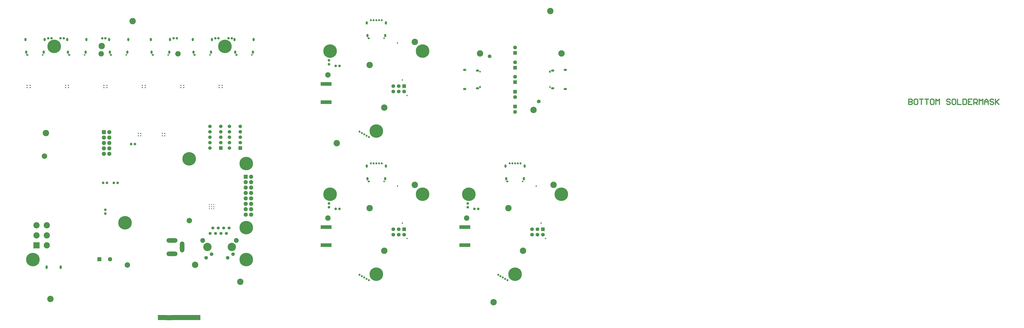
<source format=gbs>
G04*
G04 #@! TF.GenerationSoftware,Altium Limited,Altium Designer,20.1.11 (218)*
G04*
G04 Layer_Color=16711935*
%FSLAX24Y24*%
%MOIN*%
G70*
G04*
G04 #@! TF.SameCoordinates,0BE0D124-E2EA-4A07-8277-1AC6FE167F2B*
G04*
G04*
G04 #@! TF.FilePolarity,Negative*
G04*
G01*
G75*
%ADD11C,0.0200*%
%ADD170C,0.0197*%
%ADD181C,0.0550*%
%ADD378R,0.0935X0.0935*%
%ADD381R,0.1644X0.0935*%
%ADD382C,0.1181*%
%ADD391R,0.1984X0.0685*%
G04:AMPARAMS|DCode=423|XSize=38.9mil|YSize=37.9mil|CornerRadius=7.9mil|HoleSize=0mil|Usage=FLASHONLY|Rotation=180.000|XOffset=0mil|YOffset=0mil|HoleType=Round|Shape=RoundedRectangle|*
%AMROUNDEDRECTD423*
21,1,0.0389,0.0221,0,0,180.0*
21,1,0.0231,0.0379,0,0,180.0*
1,1,0.0158,-0.0116,0.0111*
1,1,0.0158,0.0116,0.0111*
1,1,0.0158,0.0116,-0.0111*
1,1,0.0158,-0.0116,-0.0111*
%
%ADD423ROUNDEDRECTD423*%
%ADD508C,0.0685*%
%ADD509R,0.0685X0.0685*%
%ADD510C,0.0380*%
%ADD511O,0.0429X0.0311*%
%ADD512O,0.0370X0.0606*%
%ADD513C,0.0311*%
%ADD514C,0.1000*%
%ADD515C,0.0488*%
%ADD516C,0.2496*%
%ADD517O,0.0606X0.0370*%
%ADD518O,0.0311X0.0429*%
%ADD519C,0.0680*%
%ADD520R,0.0705X0.0705*%
%ADD521C,0.0705*%
%ADD522C,0.1157*%
%ADD523R,0.1157X0.1157*%
%ADD524C,0.0885*%
%ADD525C,0.1535*%
%ADD526C,0.0665*%
%ADD527O,0.0843X0.2024*%
%ADD528O,0.2024X0.0843*%
%ADD529C,0.0764*%
%ADD530R,0.0764X0.0764*%
G04:AMPARAMS|DCode=531|XSize=39.4mil|YSize=66.9mil|CornerRadius=19.7mil|HoleSize=0mil|Usage=FLASHONLY|Rotation=360.000|XOffset=0mil|YOffset=0mil|HoleType=Round|Shape=RoundedRectangle|*
%AMROUNDEDRECTD531*
21,1,0.0394,0.0276,0,0,360.0*
21,1,0.0000,0.0669,0,0,360.0*
1,1,0.0394,0.0000,-0.0138*
1,1,0.0394,0.0000,-0.0138*
1,1,0.0394,0.0000,0.0138*
1,1,0.0394,0.0000,0.0138*
%
%ADD531ROUNDEDRECTD531*%
%ADD532C,0.0650*%
%ADD533R,0.0650X0.0650*%
%ADD534C,0.0783*%
%ADD535R,0.0783X0.0783*%
%ADD537C,0.0237*%
%ADD538C,0.0236*%
%ADD539R,0.0935X0.0935*%
%ADD540C,0.0252*%
D11*
X167525Y41450D02*
Y40451D01*
X168025D01*
X168191Y40617D01*
Y40784D01*
X168025Y40951D01*
X167525D01*
X168025D01*
X168191Y41117D01*
Y41284D01*
X168025Y41450D01*
X167525D01*
X169024D02*
X168691D01*
X168525Y41284D01*
Y40617D01*
X168691Y40451D01*
X169024D01*
X169191Y40617D01*
Y41284D01*
X169024Y41450D01*
X169524D02*
X170191D01*
X169857D01*
Y40451D01*
X170524Y41450D02*
X171190D01*
X170857D01*
Y40451D01*
X172023Y41450D02*
X171690D01*
X171524Y41284D01*
Y40617D01*
X171690Y40451D01*
X172023D01*
X172190Y40617D01*
Y41284D01*
X172023Y41450D01*
X172523Y40451D02*
Y41450D01*
X172856Y41117D01*
X173190Y41450D01*
Y40451D01*
X175189Y41284D02*
X175022Y41450D01*
X174689D01*
X174523Y41284D01*
Y41117D01*
X174689Y40951D01*
X175022D01*
X175189Y40784D01*
Y40617D01*
X175022Y40451D01*
X174689D01*
X174523Y40617D01*
X176022Y41450D02*
X175689D01*
X175522Y41284D01*
Y40617D01*
X175689Y40451D01*
X176022D01*
X176189Y40617D01*
Y41284D01*
X176022Y41450D01*
X176522D02*
Y40451D01*
X177188D01*
X177522Y41450D02*
Y40451D01*
X178021D01*
X178188Y40617D01*
Y41284D01*
X178021Y41450D01*
X177522D01*
X179188D02*
X178521D01*
Y40451D01*
X179188D01*
X178521Y40951D02*
X178855D01*
X179521Y40451D02*
Y41450D01*
X180021D01*
X180187Y41284D01*
Y40951D01*
X180021Y40784D01*
X179521D01*
X179854D02*
X180187Y40451D01*
X180521D02*
Y41450D01*
X180854Y41117D01*
X181187Y41450D01*
Y40451D01*
X181520D02*
Y41117D01*
X181854Y41450D01*
X182187Y41117D01*
Y40451D01*
Y40951D01*
X181520D01*
X183186Y41284D02*
X183020Y41450D01*
X182687D01*
X182520Y41284D01*
Y41117D01*
X182687Y40951D01*
X183020D01*
X183186Y40784D01*
Y40617D01*
X183020Y40451D01*
X182687D01*
X182520Y40617D01*
X183520Y41450D02*
Y40451D01*
Y40784D01*
X184186Y41450D01*
X183686Y40951D01*
X184186Y40451D01*
D170*
X38886Y21591D02*
D03*
Y21985D02*
D03*
X38492D02*
D03*
Y21591D02*
D03*
Y21197D02*
D03*
X38886D02*
D03*
X39279D02*
D03*
Y21591D02*
D03*
Y21985D02*
D03*
D181*
X42104Y17643D02*
D03*
X41104D02*
D03*
X40104D02*
D03*
X39104D02*
D03*
X41604Y16643D02*
D03*
X40604D02*
D03*
X39604D02*
D03*
X38604D02*
D03*
D378*
X33685Y1094D02*
D03*
X32799Y1094D02*
D03*
X31028Y1087D02*
D03*
X35457Y1094D02*
D03*
X34571Y1094D02*
D03*
X31913D02*
D03*
D381*
X29788D02*
D03*
D382*
X61966Y33323D02*
D03*
X90899Y3959D02*
D03*
X101367Y57713D02*
D03*
X44195Y7725D02*
D03*
X24303Y55829D02*
D03*
X9161Y4533D02*
D03*
X96331Y13453D02*
D03*
X101978Y25602D02*
D03*
X93644Y21327D02*
D03*
X70741Y13453D02*
D03*
X76387Y25602D02*
D03*
X68054Y21327D02*
D03*
X70741Y39876D02*
D03*
X76387Y52024D02*
D03*
X68054Y47750D02*
D03*
X88426Y49870D02*
D03*
X98271Y39436D02*
D03*
X103463Y49871D02*
D03*
X18607Y51233D02*
D03*
X8327Y35163D02*
D03*
X35844Y10845D02*
D03*
D391*
X85616Y14471D02*
D03*
Y17825D02*
D03*
X60025Y14470D02*
D03*
Y17825D02*
D03*
Y40893D02*
D03*
Y44247D02*
D03*
D423*
X42028Y52690D02*
D03*
X42618D02*
D03*
X9350D02*
D03*
X8760D02*
D03*
X11024D02*
D03*
X11614D02*
D03*
X40157D02*
D03*
X39567D02*
D03*
X32480D02*
D03*
X31890D02*
D03*
X18701D02*
D03*
X19291D02*
D03*
D508*
X98000Y17413D02*
D03*
X99000D02*
D03*
X98000Y16413D02*
D03*
X100000D02*
D03*
X99000D02*
D03*
X72409Y17413D02*
D03*
X73409D02*
D03*
X72409Y16413D02*
D03*
X74409D02*
D03*
X73409D02*
D03*
X72409Y43835D02*
D03*
X73409D02*
D03*
X72409Y42835D02*
D03*
X74409D02*
D03*
X73409D02*
D03*
D509*
X100000Y17413D02*
D03*
X74409Y17413D02*
D03*
Y43835D02*
D03*
D510*
X92197Y8758D02*
D03*
X91764Y9008D02*
D03*
X93496Y8008D02*
D03*
X93063Y8258D02*
D03*
X92630Y8508D02*
D03*
X95374Y29586D02*
D03*
X95875D02*
D03*
X93875D02*
D03*
X94375D02*
D03*
X94874D02*
D03*
X66607Y8758D02*
D03*
X66174Y9008D02*
D03*
X67906Y8008D02*
D03*
X67473Y8258D02*
D03*
X67040Y8508D02*
D03*
X69784Y29586D02*
D03*
X70284D02*
D03*
X68284D02*
D03*
X68784D02*
D03*
X69284D02*
D03*
X66607Y35181D02*
D03*
X66174Y35431D02*
D03*
X67906Y34431D02*
D03*
X67473Y34681D02*
D03*
X67040Y34931D02*
D03*
X69784Y56009D02*
D03*
X70284D02*
D03*
X68284D02*
D03*
X68784D02*
D03*
X69284D02*
D03*
D511*
X93457Y26248D02*
D03*
X67867Y26248D02*
D03*
Y52671D02*
D03*
X43465Y49606D02*
D03*
X28031Y49606D02*
D03*
X12598Y49606D02*
D03*
X35748Y49606D02*
D03*
X20315Y49606D02*
D03*
X4882Y49606D02*
D03*
D512*
X96500Y26741D02*
D03*
X93249D02*
D03*
X93107Y29083D02*
D03*
X96642D02*
D03*
X70910Y26740D02*
D03*
X67658D02*
D03*
X67516Y29083D02*
D03*
X71052D02*
D03*
X70910Y53163D02*
D03*
X67658D02*
D03*
X67516Y55505D02*
D03*
X71052D02*
D03*
X46508Y50098D02*
D03*
X43256D02*
D03*
X43114Y52441D02*
D03*
X46650D02*
D03*
X31075Y50098D02*
D03*
X27823D02*
D03*
X27681Y52441D02*
D03*
X31217D02*
D03*
X15642Y50098D02*
D03*
X12390D02*
D03*
X12248Y52441D02*
D03*
X15783D02*
D03*
X38791Y50098D02*
D03*
X35539D02*
D03*
X35398Y52441D02*
D03*
X38933D02*
D03*
X23358Y50098D02*
D03*
X20106D02*
D03*
X19965Y52441D02*
D03*
X23500D02*
D03*
X7925Y50098D02*
D03*
X4673D02*
D03*
X4531Y52441D02*
D03*
X8067D02*
D03*
D513*
X96292Y26248D02*
D03*
X70701Y26248D02*
D03*
Y52671D02*
D03*
X101324Y43661D02*
D03*
X88425Y46496D02*
D03*
X46299Y49606D02*
D03*
X30866Y49606D02*
D03*
X15433Y49606D02*
D03*
X38583Y49606D02*
D03*
X23150Y49606D02*
D03*
X7716Y49606D02*
D03*
D514*
X85954Y19472D02*
D03*
X60363Y19472D02*
D03*
Y45895D02*
D03*
X23338Y10823D02*
D03*
X34774Y19017D02*
D03*
X32677Y49803D02*
D03*
X18504D02*
D03*
X8041Y30899D02*
D03*
D515*
X86151Y22175D02*
D03*
Y21466D02*
D03*
X87368Y21168D02*
D03*
X88077Y21168D02*
D03*
X60560Y22175D02*
D03*
Y21466D02*
D03*
X61778Y21168D02*
D03*
X62486Y21168D02*
D03*
X60560Y48598D02*
D03*
Y47889D02*
D03*
X61778Y47590D02*
D03*
X62486Y47590D02*
D03*
X24757Y33138D02*
D03*
X24048D02*
D03*
X20841Y25965D02*
D03*
X21549D02*
D03*
X18882Y25988D02*
D03*
X19591D02*
D03*
X19275Y21021D02*
D03*
Y20312D02*
D03*
D516*
X86351Y23888D02*
D03*
X94874Y9122D02*
D03*
X103398Y23886D02*
D03*
X60760Y23888D02*
D03*
X69284Y9122D02*
D03*
X77808Y23886D02*
D03*
X60760Y50311D02*
D03*
X69284Y35545D02*
D03*
X77808Y50309D02*
D03*
X22924Y18608D02*
D03*
X34735Y30419D02*
D03*
X45276Y17717D02*
D03*
Y29528D02*
D03*
X41339Y51181D02*
D03*
X9843D02*
D03*
X45276Y11811D02*
D03*
X5906D02*
D03*
D517*
X104158Y43311D02*
D03*
Y46846D02*
D03*
X101816Y46705D02*
D03*
Y43453D02*
D03*
X85591Y46846D02*
D03*
Y43311D02*
D03*
X87933Y43453D02*
D03*
Y46705D02*
D03*
D518*
X101324Y46496D02*
D03*
X88425Y43661D02*
D03*
D519*
X90180Y49343D02*
D03*
X99248Y41004D02*
D03*
D520*
X94872Y44571D02*
D03*
X94874Y49965D02*
D03*
Y47242D02*
D03*
Y42795D02*
D03*
Y40072D02*
D03*
D521*
X94872Y45571D02*
D03*
X94874Y50965D02*
D03*
Y48242D02*
D03*
Y41795D02*
D03*
Y39072D02*
D03*
D522*
X8473Y14430D02*
D03*
Y16281D02*
D03*
Y18131D02*
D03*
X6572Y16281D02*
D03*
Y18131D02*
D03*
D523*
Y14430D02*
D03*
D524*
X43455Y15336D02*
D03*
X37254D02*
D03*
D525*
X42604Y14135D02*
D03*
X38104D02*
D03*
D526*
X42844Y12813D02*
D03*
X41844Y12143D02*
D03*
X38864Y12813D02*
D03*
X37864Y12135D02*
D03*
D527*
X33457Y14151D02*
D03*
D528*
X31567Y12872D02*
D03*
Y15333D02*
D03*
D529*
X46169Y27122D02*
D03*
X45169Y20122D02*
D03*
X46169D02*
D03*
X45169Y21122D02*
D03*
X46169D02*
D03*
X45169Y22122D02*
D03*
X46169D02*
D03*
X45169Y23122D02*
D03*
X46169D02*
D03*
X45169Y24122D02*
D03*
X46169D02*
D03*
X45169Y25122D02*
D03*
X46169D02*
D03*
X45169Y26122D02*
D03*
X46169D02*
D03*
X20000Y35345D02*
D03*
X19000Y31345D02*
D03*
X20000D02*
D03*
X19000Y32345D02*
D03*
X20000D02*
D03*
X19000Y33345D02*
D03*
X20000D02*
D03*
X19000Y34345D02*
D03*
X20000D02*
D03*
D530*
X45169Y27122D02*
D03*
X19000Y35345D02*
D03*
D531*
X11035Y10413D02*
D03*
X8437D02*
D03*
D532*
X44167Y35413D02*
D03*
Y36413D02*
D03*
X42167D02*
D03*
X44167Y34413D02*
D03*
Y33413D02*
D03*
X42167Y35413D02*
D03*
Y34413D02*
D03*
Y33413D02*
D03*
Y32413D02*
D03*
X40586Y35413D02*
D03*
Y36413D02*
D03*
X38586D02*
D03*
X40586Y34413D02*
D03*
Y33413D02*
D03*
X38586Y35413D02*
D03*
Y34413D02*
D03*
Y33413D02*
D03*
Y32413D02*
D03*
D533*
X44167D02*
D03*
X40586D02*
D03*
D534*
X20135Y11861D02*
D03*
D535*
X18166D02*
D03*
D537*
X33198Y43576D02*
D03*
X33749D02*
D03*
X33198Y43969D02*
D03*
X33749D02*
D03*
X19025Y43576D02*
D03*
X19576D02*
D03*
X19025Y43969D02*
D03*
X19576D02*
D03*
X4851Y43576D02*
D03*
X5403D02*
D03*
X4851Y43969D02*
D03*
X5403D02*
D03*
X40285Y43576D02*
D03*
X40836D02*
D03*
X40285Y43969D02*
D03*
X40836D02*
D03*
X26111Y43576D02*
D03*
X26662D02*
D03*
X26111Y43969D02*
D03*
X26662D02*
D03*
X11938Y43576D02*
D03*
X12489D02*
D03*
X11938Y43969D02*
D03*
X12489D02*
D03*
D538*
X25376Y35104D02*
D03*
X25809D02*
D03*
X25376Y34670D02*
D03*
X25809D02*
D03*
X29824Y35104D02*
D03*
X30257D02*
D03*
X29824Y34670D02*
D03*
X30257D02*
D03*
D539*
X36343Y1094D02*
D03*
D540*
X100526Y15697D02*
D03*
X99680Y18552D02*
D03*
X98774Y25375D02*
D03*
X74936Y15697D02*
D03*
X74089Y18552D02*
D03*
X73184Y25375D02*
D03*
X74936Y42119D02*
D03*
X74089Y44974D02*
D03*
X73184Y51797D02*
D03*
M02*

</source>
